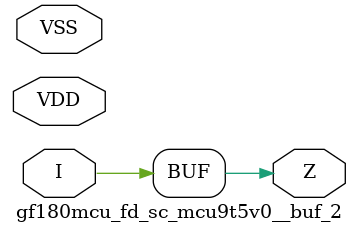
<source format=v>

module gf180mcu_fd_sc_mcu9t5v0__buf_2( I, Z, VDD, VSS );
input I;
inout VDD, VSS;
output Z;

	buf MGM_BG_0( Z, I );

endmodule

</source>
